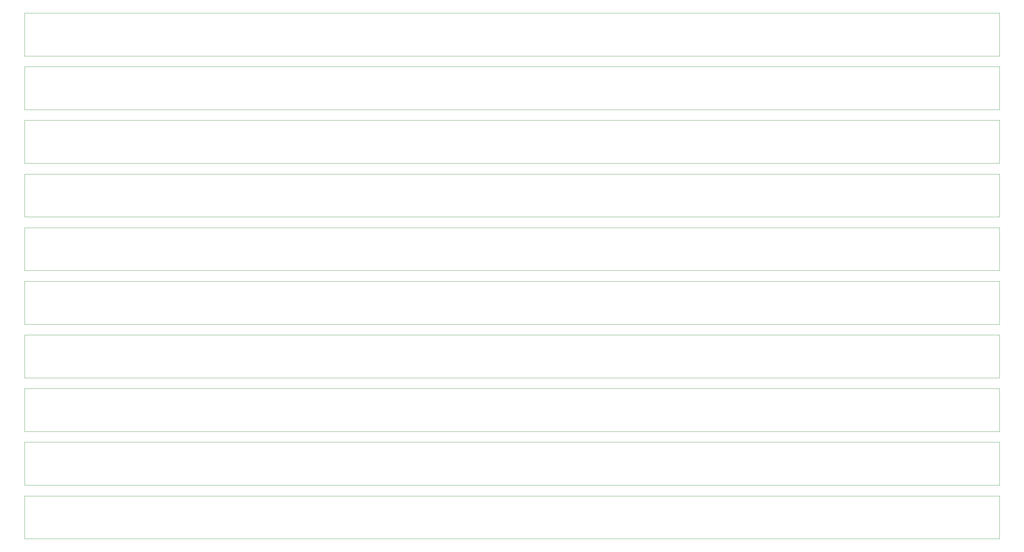
<source format=gm1>
%MOIN*%
%OFA0B0*%
%FSLAX46Y46*%
%IPPOS*%
%LPD*%
%ADD10C,0.0019685039370078744*%
%ADD21C,0.0019685039370078744*%
%ADD22C,0.0019685039370078744*%
%ADD23C,0.0019685039370078744*%
%ADD24C,0.0019685039370078744*%
%ADD25C,0.0019685039370078744*%
%ADD26C,0.0019685039370078744*%
%ADD27C,0.0019685039370078744*%
%ADD28C,0.0019685039370078744*%
%ADD29C,0.0019685039370078744*%
D10*
X0000000000Y0000472440D02*
X0010728346Y0000472440D01*
X0010728346Y0000000000D02*
X0000000000Y0000000000D01*
X0000000000Y0000472440D02*
X0000000000Y0000000000D01*
X0010728346Y0000472440D02*
X0010728346Y0000000000D01*
G04 next file*
G04 #@! TF.GenerationSoftware,KiCad,Pcbnew,(5.1.5-0)*
G04 #@! TF.CreationDate,2020-08-20T15:01:18-04:00*
G04 #@! TF.ProjectId,LEDIO,4c454449-4f2e-46b6-9963-61645f706362,rev?*
G04 #@! TF.SameCoordinates,Original*
G04 #@! TF.FileFunction,Profile,NP*
G04 Gerber Fmt 4.6, Leading zero omitted, Abs format (unit mm)*
G04 Created by KiCad (PCBNEW (5.1.5-0)) date 2020-08-20 15:01:18*
G04 APERTURE LIST*
G04 APERTURE END LIST*
D21*
X0000000000Y0001062992D02*
X0010728346Y0001062992D01*
X0010728346Y0000590551D02*
X0000000000Y0000590551D01*
X0000000000Y0001062992D02*
X0000000000Y0000590551D01*
X0010728346Y0001062992D02*
X0010728346Y0000590551D01*
G04 next file*
G04 #@! TF.GenerationSoftware,KiCad,Pcbnew,(5.1.5-0)*
G04 #@! TF.CreationDate,2020-08-20T15:01:18-04:00*
G04 #@! TF.ProjectId,LEDIO,4c454449-4f2e-46b6-9963-61645f706362,rev?*
G04 #@! TF.SameCoordinates,Original*
G04 #@! TF.FileFunction,Profile,NP*
G04 Gerber Fmt 4.6, Leading zero omitted, Abs format (unit mm)*
G04 Created by KiCad (PCBNEW (5.1.5-0)) date 2020-08-20 15:01:18*
G04 APERTURE LIST*
G04 APERTURE END LIST*
D22*
X0000000000Y0001653543D02*
X0010728346Y0001653543D01*
X0010728346Y0001181102D02*
X0000000000Y0001181102D01*
X0000000000Y0001653543D02*
X0000000000Y0001181102D01*
X0010728346Y0001653543D02*
X0010728346Y0001181102D01*
G04 next file*
G04 #@! TF.GenerationSoftware,KiCad,Pcbnew,(5.1.5-0)*
G04 #@! TF.CreationDate,2020-08-20T15:01:18-04:00*
G04 #@! TF.ProjectId,LEDIO,4c454449-4f2e-46b6-9963-61645f706362,rev?*
G04 #@! TF.SameCoordinates,Original*
G04 #@! TF.FileFunction,Profile,NP*
G04 Gerber Fmt 4.6, Leading zero omitted, Abs format (unit mm)*
G04 Created by KiCad (PCBNEW (5.1.5-0)) date 2020-08-20 15:01:18*
G04 APERTURE LIST*
G04 APERTURE END LIST*
D23*
X0000000000Y0002244094D02*
X0010728346Y0002244094D01*
X0010728346Y0001771653D02*
X0000000000Y0001771653D01*
X0000000000Y0002244094D02*
X0000000000Y0001771653D01*
X0010728346Y0002244094D02*
X0010728346Y0001771653D01*
G04 next file*
G04 #@! TF.GenerationSoftware,KiCad,Pcbnew,(5.1.5-0)*
G04 #@! TF.CreationDate,2020-08-20T15:01:18-04:00*
G04 #@! TF.ProjectId,LEDIO,4c454449-4f2e-46b6-9963-61645f706362,rev?*
G04 #@! TF.SameCoordinates,Original*
G04 #@! TF.FileFunction,Profile,NP*
G04 Gerber Fmt 4.6, Leading zero omitted, Abs format (unit mm)*
G04 Created by KiCad (PCBNEW (5.1.5-0)) date 2020-08-20 15:01:18*
G04 APERTURE LIST*
G04 APERTURE END LIST*
D24*
X0000000000Y0002834645D02*
X0010728346Y0002834645D01*
X0010728346Y0002362204D02*
X0000000000Y0002362204D01*
X0000000000Y0002834645D02*
X0000000000Y0002362204D01*
X0010728346Y0002834645D02*
X0010728346Y0002362204D01*
G04 next file*
G04 #@! TF.GenerationSoftware,KiCad,Pcbnew,(5.1.5-0)*
G04 #@! TF.CreationDate,2020-08-20T15:01:18-04:00*
G04 #@! TF.ProjectId,LEDIO,4c454449-4f2e-46b6-9963-61645f706362,rev?*
G04 #@! TF.SameCoordinates,Original*
G04 #@! TF.FileFunction,Profile,NP*
G04 Gerber Fmt 4.6, Leading zero omitted, Abs format (unit mm)*
G04 Created by KiCad (PCBNEW (5.1.5-0)) date 2020-08-20 15:01:18*
G04 APERTURE LIST*
G04 APERTURE END LIST*
D25*
X0000000000Y0003425196D02*
X0010728346Y0003425196D01*
X0010728346Y0002952755D02*
X0000000000Y0002952755D01*
X0000000000Y0003425196D02*
X0000000000Y0002952755D01*
X0010728346Y0003425196D02*
X0010728346Y0002952755D01*
G04 next file*
G04 #@! TF.GenerationSoftware,KiCad,Pcbnew,(5.1.5-0)*
G04 #@! TF.CreationDate,2020-08-20T15:01:18-04:00*
G04 #@! TF.ProjectId,LEDIO,4c454449-4f2e-46b6-9963-61645f706362,rev?*
G04 #@! TF.SameCoordinates,Original*
G04 #@! TF.FileFunction,Profile,NP*
G04 Gerber Fmt 4.6, Leading zero omitted, Abs format (unit mm)*
G04 Created by KiCad (PCBNEW (5.1.5-0)) date 2020-08-20 15:01:18*
G04 APERTURE LIST*
G04 APERTURE END LIST*
D26*
X0000000000Y0004015748D02*
X0010728346Y0004015748D01*
X0010728346Y0003543307D02*
X0000000000Y0003543307D01*
X0000000000Y0004015748D02*
X0000000000Y0003543307D01*
X0010728346Y0004015748D02*
X0010728346Y0003543307D01*
G04 next file*
G04 #@! TF.GenerationSoftware,KiCad,Pcbnew,(5.1.5-0)*
G04 #@! TF.CreationDate,2020-08-20T15:01:18-04:00*
G04 #@! TF.ProjectId,LEDIO,4c454449-4f2e-46b6-9963-61645f706362,rev?*
G04 #@! TF.SameCoordinates,Original*
G04 #@! TF.FileFunction,Profile,NP*
G04 Gerber Fmt 4.6, Leading zero omitted, Abs format (unit mm)*
G04 Created by KiCad (PCBNEW (5.1.5-0)) date 2020-08-20 15:01:18*
G04 APERTURE LIST*
G04 APERTURE END LIST*
D27*
X0000000000Y0004606299D02*
X0010728346Y0004606299D01*
X0010728346Y0004133858D02*
X0000000000Y0004133858D01*
X0000000000Y0004606299D02*
X0000000000Y0004133858D01*
X0010728346Y0004606299D02*
X0010728346Y0004133858D01*
G04 next file*
G04 #@! TF.GenerationSoftware,KiCad,Pcbnew,(5.1.5-0)*
G04 #@! TF.CreationDate,2020-08-20T15:01:18-04:00*
G04 #@! TF.ProjectId,LEDIO,4c454449-4f2e-46b6-9963-61645f706362,rev?*
G04 #@! TF.SameCoordinates,Original*
G04 #@! TF.FileFunction,Profile,NP*
G04 Gerber Fmt 4.6, Leading zero omitted, Abs format (unit mm)*
G04 Created by KiCad (PCBNEW (5.1.5-0)) date 2020-08-20 15:01:18*
G04 APERTURE LIST*
G04 APERTURE END LIST*
D28*
X0000000000Y0005196850D02*
X0010728346Y0005196850D01*
X0010728346Y0004724409D02*
X0000000000Y0004724409D01*
X0000000000Y0005196850D02*
X0000000000Y0004724409D01*
X0010728346Y0005196850D02*
X0010728346Y0004724409D01*
G04 next file*
G04 #@! TF.GenerationSoftware,KiCad,Pcbnew,(5.1.5-0)*
G04 #@! TF.CreationDate,2020-08-20T15:01:18-04:00*
G04 #@! TF.ProjectId,LEDIO,4c454449-4f2e-46b6-9963-61645f706362,rev?*
G04 #@! TF.SameCoordinates,Original*
G04 #@! TF.FileFunction,Profile,NP*
G04 Gerber Fmt 4.6, Leading zero omitted, Abs format (unit mm)*
G04 Created by KiCad (PCBNEW (5.1.5-0)) date 2020-08-20 15:01:18*
G04 APERTURE LIST*
G04 APERTURE END LIST*
D29*
X0000000000Y0005787401D02*
X0010728346Y0005787401D01*
X0010728346Y0005314960D02*
X0000000000Y0005314960D01*
X0000000000Y0005787401D02*
X0000000000Y0005314960D01*
X0010728346Y0005787401D02*
X0010728346Y0005314960D01*
M02*
</source>
